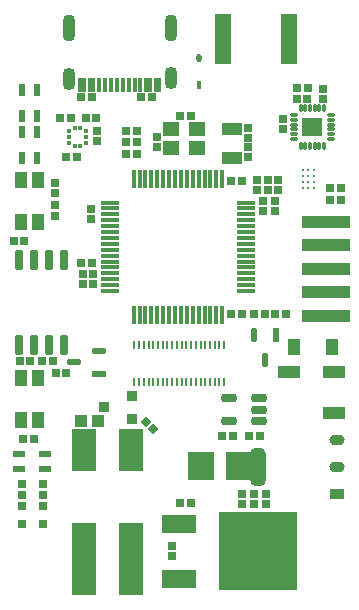
<source format=gts>
G04*
G04 #@! TF.GenerationSoftware,Altium Limited,Altium Designer,24.4.1 (13)*
G04*
G04 Layer_Color=8388736*
%FSLAX24Y24*%
%MOIN*%
G70*
G04*
G04 #@! TF.SameCoordinates,3A825CB2-811F-45BF-B872-D536AEA0B25D*
G04*
G04*
G04 #@! TF.FilePolarity,Negative*
G04*
G01*
G75*
%ADD17R,0.0551X0.0472*%
%ADD18R,0.0172X0.0270*%
G04:AMPARAMS|DCode=19|XSize=27mil|YSize=17.2mil|CornerRadius=8.6mil|HoleSize=0mil|Usage=FLASHONLY|Rotation=90.000|XOffset=0mil|YOffset=0mil|HoleType=Round|Shape=RoundedRectangle|*
%AMROUNDEDRECTD19*
21,1,0.0270,0.0000,0,0,90.0*
21,1,0.0099,0.0172,0,0,90.0*
1,1,0.0172,0.0000,0.0049*
1,1,0.0172,0.0000,-0.0049*
1,1,0.0172,0.0000,-0.0049*
1,1,0.0172,0.0000,0.0049*
%
%ADD19ROUNDEDRECTD19*%
%ADD20R,0.0146X0.0152*%
%ADD21R,0.0152X0.0146*%
%ADD22R,0.0283X0.0299*%
%ADD23R,0.0276X0.0256*%
%ADD24R,0.0299X0.0283*%
%ADD25R,0.0514X0.0359*%
G04:AMPARAMS|DCode=26|XSize=51.4mil|YSize=35.9mil|CornerRadius=18mil|HoleSize=0mil|Usage=FLASHONLY|Rotation=180.000|XOffset=0mil|YOffset=0mil|HoleType=Round|Shape=RoundedRectangle|*
%AMROUNDEDRECTD26*
21,1,0.0514,0.0000,0,0,180.0*
21,1,0.0154,0.0359,0,0,180.0*
1,1,0.0359,-0.0077,0.0000*
1,1,0.0359,0.0077,0.0000*
1,1,0.0359,0.0077,0.0000*
1,1,0.0359,-0.0077,0.0000*
%
%ADD26ROUNDEDRECTD26*%
G04:AMPARAMS|DCode=27|XSize=51.4mil|YSize=126.9mil|CornerRadius=18mil|HoleSize=0mil|Usage=FLASHONLY|Rotation=180.000|XOffset=0mil|YOffset=0mil|HoleType=Round|Shape=RoundedRectangle|*
%AMROUNDEDRECTD27*
21,1,0.0514,0.0909,0,0,180.0*
21,1,0.0154,0.1269,0,0,180.0*
1,1,0.0359,-0.0077,0.0455*
1,1,0.0359,0.0077,0.0455*
1,1,0.0359,0.0077,-0.0455*
1,1,0.0359,-0.0077,-0.0455*
%
%ADD27ROUNDEDRECTD27*%
%ADD28R,0.0475X0.0210*%
G04:AMPARAMS|DCode=29|XSize=47.5mil|YSize=21mil|CornerRadius=10.5mil|HoleSize=0mil|Usage=FLASHONLY|Rotation=180.000|XOffset=0mil|YOffset=0mil|HoleType=Round|Shape=RoundedRectangle|*
%AMROUNDEDRECTD29*
21,1,0.0475,0.0000,0,0,180.0*
21,1,0.0265,0.0210,0,0,180.0*
1,1,0.0210,-0.0133,0.0000*
1,1,0.0210,0.0133,0.0000*
1,1,0.0210,0.0133,0.0000*
1,1,0.0210,-0.0133,0.0000*
%
%ADD29ROUNDEDRECTD29*%
%ADD30R,0.0282X0.0265*%
%ADD31R,0.0886X0.0965*%
%ADD32R,0.1181X0.0630*%
%ADD33R,0.2638X0.2638*%
%ADD34R,0.0413X0.0551*%
%ADD35R,0.0236X0.0433*%
%ADD36R,0.0256X0.0276*%
%ADD37R,0.0433X0.0236*%
%ADD38R,0.0827X0.1417*%
%ADD39R,0.0827X0.2402*%
%ADD40R,0.0354X0.0354*%
%ADD41R,0.0315X0.0315*%
%ADD42R,0.0531X0.1654*%
%ADD43R,0.0748X0.0433*%
%ADD44R,0.0399X0.0519*%
G04:AMPARAMS|DCode=45|XSize=47.5mil|YSize=21mil|CornerRadius=10.5mil|HoleSize=0mil|Usage=FLASHONLY|Rotation=270.000|XOffset=0mil|YOffset=0mil|HoleType=Round|Shape=RoundedRectangle|*
%AMROUNDEDRECTD45*
21,1,0.0475,0.0000,0,0,270.0*
21,1,0.0265,0.0210,0,0,270.0*
1,1,0.0210,0.0000,-0.0133*
1,1,0.0210,0.0000,0.0133*
1,1,0.0210,0.0000,0.0133*
1,1,0.0210,0.0000,-0.0133*
%
%ADD45ROUNDEDRECTD45*%
%ADD46R,0.0210X0.0475*%
%ADD47R,0.1614X0.0433*%
%ADD48C,0.0077*%
%ADD49R,0.0709X0.0646*%
%ADD50O,0.0295X0.0118*%
%ADD51O,0.0118X0.0295*%
%ADD52R,0.0157X0.0488*%
G04:AMPARAMS|DCode=53|XSize=67.3mil|YSize=26.8mil|CornerRadius=4.8mil|HoleSize=0mil|Usage=FLASHONLY|Rotation=90.000|XOffset=0mil|YOffset=0mil|HoleType=Round|Shape=RoundedRectangle|*
%AMROUNDEDRECTD53*
21,1,0.0673,0.0171,0,0,90.0*
21,1,0.0577,0.0268,0,0,90.0*
1,1,0.0096,0.0086,0.0288*
1,1,0.0096,0.0086,-0.0288*
1,1,0.0096,-0.0086,-0.0288*
1,1,0.0096,-0.0086,0.0288*
%
%ADD53ROUNDEDRECTD53*%
%ADD54R,0.0157X0.0620*%
%ADD55R,0.0620X0.0157*%
%ADD56R,0.0709X0.0394*%
G04:AMPARAMS|DCode=57|XSize=51.6mil|YSize=27.2mil|CornerRadius=7.8mil|HoleSize=0mil|Usage=FLASHONLY|Rotation=180.000|XOffset=0mil|YOffset=0mil|HoleType=Round|Shape=RoundedRectangle|*
%AMROUNDEDRECTD57*
21,1,0.0516,0.0116,0,0,180.0*
21,1,0.0360,0.0272,0,0,180.0*
1,1,0.0156,-0.0180,0.0058*
1,1,0.0156,0.0180,0.0058*
1,1,0.0156,0.0180,-0.0058*
1,1,0.0156,-0.0180,-0.0058*
%
%ADD57ROUNDEDRECTD57*%
%ADD58R,0.0425X0.0421*%
G04:AMPARAMS|DCode=59|XSize=25.6mil|YSize=27.6mil|CornerRadius=0mil|HoleSize=0mil|Usage=FLASHONLY|Rotation=225.000|XOffset=0mil|YOffset=0mil|HoleType=Round|Shape=Rectangle|*
%AMROTATEDRECTD59*
4,1,4,-0.0007,0.0188,0.0188,-0.0007,0.0007,-0.0188,-0.0188,0.0007,-0.0007,0.0188,0.0*
%
%ADD59ROTATEDRECTD59*%

%ADD60R,0.0079X0.0276*%
%ADD61O,0.0433X0.0906*%
%ADD62O,0.0433X0.0748*%
D17*
X10433Y18985D02*
D03*
X9567D02*
D03*
Y19615D02*
D03*
X10433D02*
D03*
D18*
X10500Y21093D02*
D03*
D19*
Y22007D02*
D03*
D20*
X6548Y19648D02*
D03*
X6352D02*
D03*
Y19052D02*
D03*
X6548D02*
D03*
D21*
X6152Y19547D02*
D03*
Y19350D02*
D03*
Y19153D02*
D03*
X6748D02*
D03*
Y19350D02*
D03*
Y19547D02*
D03*
D22*
X7100Y19573D02*
D03*
Y19227D02*
D03*
X9600Y5723D02*
D03*
Y5377D02*
D03*
X12450Y17577D02*
D03*
Y17923D02*
D03*
X12800Y17577D02*
D03*
Y17923D02*
D03*
X13150Y17577D02*
D03*
Y17923D02*
D03*
X5700Y17823D02*
D03*
Y17477D02*
D03*
X13300Y19627D02*
D03*
Y19973D02*
D03*
X14650Y20973D02*
D03*
Y20627D02*
D03*
X9100Y19027D02*
D03*
Y19373D02*
D03*
X12150Y19327D02*
D03*
Y19673D02*
D03*
Y19023D02*
D03*
Y18677D02*
D03*
X12650Y16877D02*
D03*
Y17223D02*
D03*
X13050Y16877D02*
D03*
Y17223D02*
D03*
X6900Y16973D02*
D03*
Y16627D02*
D03*
X11950Y7127D02*
D03*
Y7473D02*
D03*
X12350Y7127D02*
D03*
Y7473D02*
D03*
X12750Y7127D02*
D03*
Y7473D02*
D03*
D23*
X6427Y18700D02*
D03*
X6073D02*
D03*
X7077Y20000D02*
D03*
X6723D02*
D03*
X6077Y11500D02*
D03*
X5723D02*
D03*
X5627Y11900D02*
D03*
X5273D02*
D03*
X15227Y17250D02*
D03*
X14873D02*
D03*
X4650Y9300D02*
D03*
X5004D02*
D03*
X6573Y15150D02*
D03*
X6927D02*
D03*
X13404Y13450D02*
D03*
X13050D02*
D03*
X12350D02*
D03*
X12704D02*
D03*
X13773Y21000D02*
D03*
X14127D02*
D03*
X4523Y11900D02*
D03*
X4877D02*
D03*
X6573Y20700D02*
D03*
X6927D02*
D03*
X8927D02*
D03*
X8573D02*
D03*
D24*
X5877Y20000D02*
D03*
X6223D02*
D03*
X8423Y19200D02*
D03*
X8077D02*
D03*
X8423Y18800D02*
D03*
X8077D02*
D03*
X14877Y17650D02*
D03*
X15223D02*
D03*
X9877Y7150D02*
D03*
X10223D02*
D03*
X6973Y14800D02*
D03*
X6627D02*
D03*
X14110Y20621D02*
D03*
X13764D02*
D03*
X10223Y20050D02*
D03*
X9877D02*
D03*
X11923Y13450D02*
D03*
X11577D02*
D03*
X6627Y14450D02*
D03*
X6973D02*
D03*
X11923Y17900D02*
D03*
X11577D02*
D03*
X11623Y9400D02*
D03*
X11277D02*
D03*
X12177D02*
D03*
X12523D02*
D03*
X4673Y15900D02*
D03*
X4327D02*
D03*
D25*
X15117Y7448D02*
D03*
D26*
Y8350D02*
D03*
Y9252D02*
D03*
D27*
X12483Y8350D02*
D03*
D28*
X7164Y11476D02*
D03*
D29*
Y12224D02*
D03*
X6336Y11850D02*
D03*
D30*
X8438Y19550D02*
D03*
X8062D02*
D03*
D31*
X10580Y8400D02*
D03*
X11820D02*
D03*
D32*
X9850Y4639D02*
D03*
Y6450D02*
D03*
D33*
X12468Y5544D02*
D03*
D34*
X5138Y17933D02*
D03*
Y16516D02*
D03*
X4567Y17933D02*
D03*
Y16516D02*
D03*
X5138Y11339D02*
D03*
Y9921D02*
D03*
X4567Y11339D02*
D03*
Y9921D02*
D03*
D35*
X5106Y19533D02*
D03*
Y18667D02*
D03*
X4594D02*
D03*
Y19533D02*
D03*
X5106Y20933D02*
D03*
Y20067D02*
D03*
X4594D02*
D03*
Y20933D02*
D03*
D36*
X5700Y16723D02*
D03*
Y17077D02*
D03*
X4600Y7777D02*
D03*
Y7423D02*
D03*
X5300Y7777D02*
D03*
Y7423D02*
D03*
D37*
X4517Y8806D02*
D03*
X5383D02*
D03*
Y8294D02*
D03*
X4517D02*
D03*
D38*
X6663Y8921D02*
D03*
X8237D02*
D03*
D39*
X6663Y5279D02*
D03*
X8237D02*
D03*
D40*
X7328Y10350D02*
D03*
X8272Y10724D02*
D03*
Y9976D02*
D03*
D41*
X5300Y6455D02*
D03*
Y7045D02*
D03*
X4600Y6455D02*
D03*
Y7045D02*
D03*
D42*
X11288Y22621D02*
D03*
X13512D02*
D03*
D43*
X13502Y11539D02*
D03*
X14998D02*
D03*
Y10161D02*
D03*
D44*
X13655Y12350D02*
D03*
X14945D02*
D03*
D45*
X12700Y11936D02*
D03*
X12326Y12764D02*
D03*
D46*
X13074D02*
D03*
D47*
X14743Y13389D02*
D03*
Y14177D02*
D03*
Y14964D02*
D03*
Y16539D02*
D03*
Y15752D02*
D03*
D48*
X13953Y18244D02*
D03*
X14150D02*
D03*
X14347D02*
D03*
X13953Y18047D02*
D03*
X14150D02*
D03*
X14347D02*
D03*
X13953Y17850D02*
D03*
X14150D02*
D03*
X14347D02*
D03*
X13953Y17653D02*
D03*
X14150D02*
D03*
X14347D02*
D03*
D49*
X14280Y19694D02*
D03*
D50*
X14900Y19300D02*
D03*
Y19457D02*
D03*
Y19615D02*
D03*
Y19772D02*
D03*
Y19930D02*
D03*
Y20087D02*
D03*
X13660D02*
D03*
Y19930D02*
D03*
Y19772D02*
D03*
Y19615D02*
D03*
Y19457D02*
D03*
Y19300D02*
D03*
D51*
X14674Y20314D02*
D03*
X14516D02*
D03*
X14359D02*
D03*
X14201D02*
D03*
X14044D02*
D03*
X13886D02*
D03*
Y19074D02*
D03*
X14044D02*
D03*
X14201D02*
D03*
X14359D02*
D03*
X14516D02*
D03*
X14674D02*
D03*
D52*
X6542Y21100D02*
D03*
X6660D02*
D03*
X6857D02*
D03*
X6975D02*
D03*
X7172D02*
D03*
X7369D02*
D03*
X7566D02*
D03*
X7763D02*
D03*
X9180D02*
D03*
X9062D02*
D03*
X8865D02*
D03*
X8747D02*
D03*
X8550D02*
D03*
X8353D02*
D03*
X8156D02*
D03*
X7959D02*
D03*
D53*
X4500Y12431D02*
D03*
X5000D02*
D03*
X5500D02*
D03*
X6000D02*
D03*
Y15269D02*
D03*
X5500D02*
D03*
X5000D02*
D03*
X4500D02*
D03*
D54*
X11276Y17959D02*
D03*
X11080D02*
D03*
X10883D02*
D03*
X10686D02*
D03*
X10489D02*
D03*
X10292D02*
D03*
X10095D02*
D03*
X9898D02*
D03*
X9702D02*
D03*
X9505D02*
D03*
X9308D02*
D03*
X9111D02*
D03*
X8914D02*
D03*
X8717D02*
D03*
X8520D02*
D03*
X8324D02*
D03*
Y13441D02*
D03*
X8520D02*
D03*
X8717D02*
D03*
X8914D02*
D03*
X9111D02*
D03*
X9308D02*
D03*
X9505D02*
D03*
X9702D02*
D03*
X9898D02*
D03*
X10095D02*
D03*
X10292D02*
D03*
X10489D02*
D03*
X10686D02*
D03*
X10883D02*
D03*
X11080D02*
D03*
X11276D02*
D03*
D55*
X7541Y17176D02*
D03*
Y16980D02*
D03*
Y16783D02*
D03*
Y16586D02*
D03*
Y16389D02*
D03*
Y16192D02*
D03*
Y15995D02*
D03*
Y15798D02*
D03*
Y15602D02*
D03*
Y15405D02*
D03*
Y15208D02*
D03*
Y15011D02*
D03*
Y14814D02*
D03*
Y14617D02*
D03*
Y14420D02*
D03*
Y14224D02*
D03*
X12059D02*
D03*
Y14420D02*
D03*
Y14617D02*
D03*
Y14814D02*
D03*
Y15011D02*
D03*
Y15208D02*
D03*
Y15405D02*
D03*
Y15602D02*
D03*
Y15798D02*
D03*
Y15995D02*
D03*
Y16192D02*
D03*
Y16389D02*
D03*
Y16586D02*
D03*
Y16783D02*
D03*
Y16980D02*
D03*
Y17176D02*
D03*
D56*
X11600Y19642D02*
D03*
Y18658D02*
D03*
D57*
X11512Y9902D02*
D03*
Y10650D02*
D03*
X12500D02*
D03*
Y10276D02*
D03*
Y9902D02*
D03*
D58*
X6557Y9900D02*
D03*
X7143D02*
D03*
D59*
X8975Y9625D02*
D03*
X8725Y9875D02*
D03*
D60*
X11339Y12417D02*
D03*
X11181D02*
D03*
X11024D02*
D03*
X10866D02*
D03*
X10709D02*
D03*
X10551D02*
D03*
X10394D02*
D03*
X10236D02*
D03*
X10079D02*
D03*
X9921D02*
D03*
X9764D02*
D03*
X9606D02*
D03*
X9449D02*
D03*
X9291D02*
D03*
X9134D02*
D03*
X8976D02*
D03*
X8819D02*
D03*
X8661D02*
D03*
X8504D02*
D03*
X8346D02*
D03*
X11339Y11205D02*
D03*
X11181D02*
D03*
X11024D02*
D03*
X10866D02*
D03*
X10709D02*
D03*
X10551D02*
D03*
X10394D02*
D03*
X10236D02*
D03*
X10079D02*
D03*
X9921D02*
D03*
X9764D02*
D03*
X9606D02*
D03*
X9449D02*
D03*
X9291D02*
D03*
X9134D02*
D03*
X8976D02*
D03*
X8819D02*
D03*
X8661D02*
D03*
X8504D02*
D03*
X8346D02*
D03*
D61*
X9564Y22978D02*
D03*
X6164D02*
D03*
D62*
X9564Y21332D02*
D03*
X6167Y21286D02*
D03*
M02*

</source>
